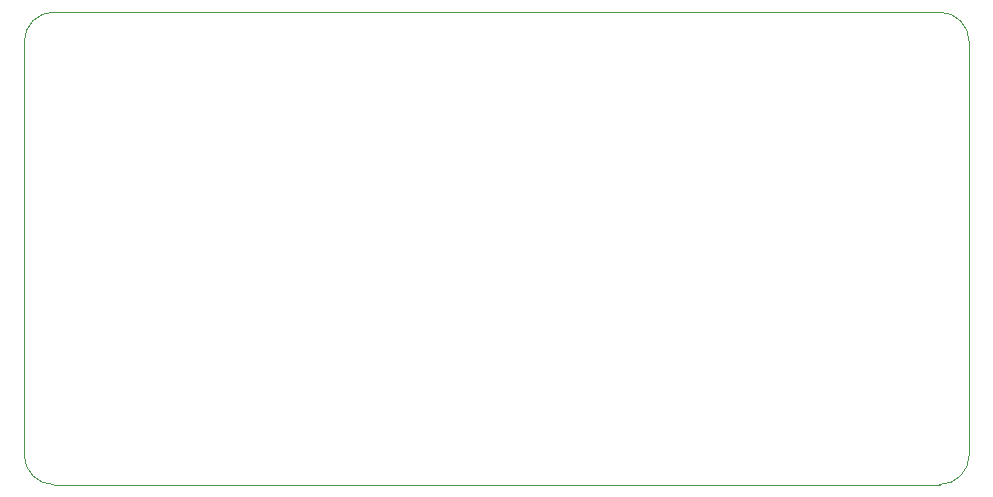
<source format=gbr>
%TF.GenerationSoftware,KiCad,Pcbnew,9.0.6+1*%
%TF.CreationDate,Date%
%TF.ProjectId,Input-Protection,496e7075-742d-4507-926f-74656374696f,+ (Unreleased)*%
%TF.SameCoordinates,Original*%
%TF.FileFunction,Profile,NP*%
%FSLAX46Y46*%
G04 Gerber Fmt 4.6, Leading zero omitted, Abs format (unit mm)*
G04 Created by KiCad*
%MOMM*%
%LPD*%
G01*
G04 APERTURE LIST*
%TA.AperFunction,Profile*%
%ADD10C,0.100000*%
%TD*%
G04 APERTURE END LIST*
D10*
X111565645Y-99150000D02*
X111565645Y-64150000D01*
X114065645Y-101650000D02*
G75*
G02*
X111565600Y-99150000I-45J2500000D01*
G01*
X114065645Y-61650000D02*
X189065645Y-61650000D01*
X111565645Y-64150000D02*
G75*
G02*
X114065645Y-61650045I2499955J0D01*
G01*
X189065645Y-101650000D02*
X114065645Y-101650000D01*
X189065645Y-61650000D02*
G75*
G02*
X191565700Y-64150000I-45J-2500100D01*
G01*
X191565645Y-64150000D02*
X191565645Y-99150000D01*
X191565645Y-99150000D02*
G75*
G02*
X189065645Y-101649945I-2499945J0D01*
G01*
M02*

</source>
